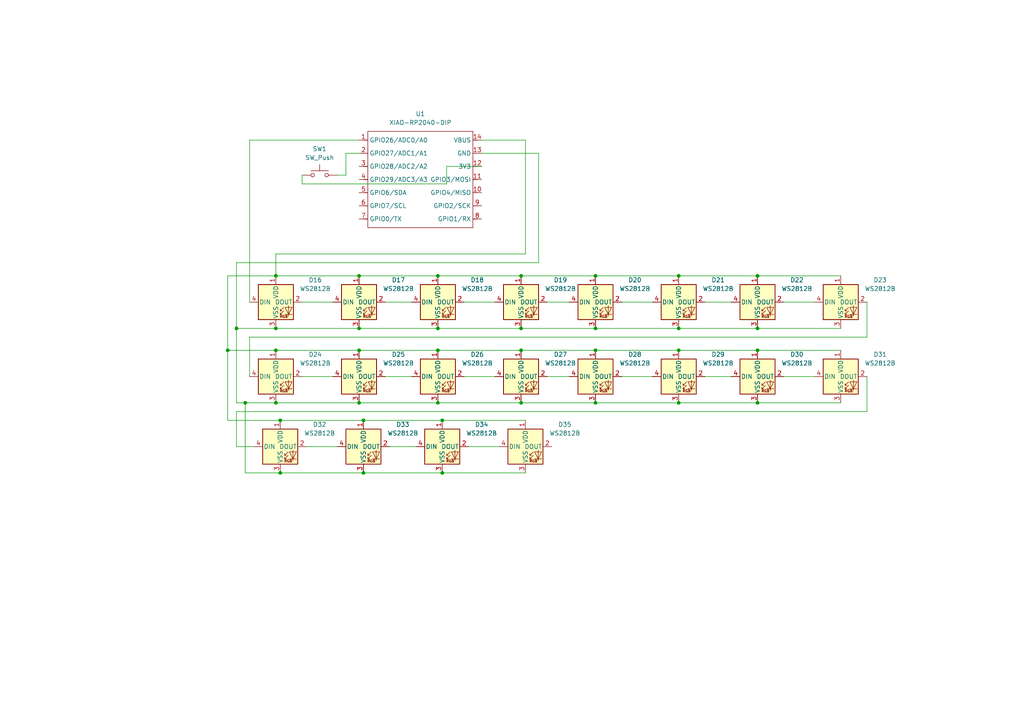
<source format=kicad_sch>
(kicad_sch
	(version 20250114)
	(generator "eeschema")
	(generator_version "9.0")
	(uuid "400d5fed-07e3-437a-82c9-2cb4d29a6616")
	(paper "A4")
	(lib_symbols
		(symbol "LED:WS2812B"
			(pin_names
				(offset 0.254)
			)
			(exclude_from_sim no)
			(in_bom yes)
			(on_board yes)
			(property "Reference" "D"
				(at 5.08 5.715 0)
				(effects
					(font
						(size 1.27 1.27)
					)
					(justify right bottom)
				)
			)
			(property "Value" "WS2812B"
				(at 1.27 -5.715 0)
				(effects
					(font
						(size 1.27 1.27)
					)
					(justify left top)
				)
			)
			(property "Footprint" "LED_SMD:LED_WS2812B_PLCC4_5.0x5.0mm_P3.2mm"
				(at 1.27 -7.62 0)
				(effects
					(font
						(size 1.27 1.27)
					)
					(justify left top)
					(hide yes)
				)
			)
			(property "Datasheet" "https://cdn-shop.adafruit.com/datasheets/WS2812B.pdf"
				(at 2.54 -9.525 0)
				(effects
					(font
						(size 1.27 1.27)
					)
					(justify left top)
					(hide yes)
				)
			)
			(property "Description" "RGB LED with integrated controller"
				(at 0 0 0)
				(effects
					(font
						(size 1.27 1.27)
					)
					(hide yes)
				)
			)
			(property "ki_keywords" "RGB LED NeoPixel addressable"
				(at 0 0 0)
				(effects
					(font
						(size 1.27 1.27)
					)
					(hide yes)
				)
			)
			(property "ki_fp_filters" "LED*WS2812*PLCC*5.0x5.0mm*P3.2mm*"
				(at 0 0 0)
				(effects
					(font
						(size 1.27 1.27)
					)
					(hide yes)
				)
			)
			(symbol "WS2812B_0_0"
				(text "RGB"
					(at 2.286 -4.191 0)
					(effects
						(font
							(size 0.762 0.762)
						)
					)
				)
			)
			(symbol "WS2812B_0_1"
				(polyline
					(pts
						(xy 1.27 -2.54) (xy 1.778 -2.54)
					)
					(stroke
						(width 0)
						(type default)
					)
					(fill
						(type none)
					)
				)
				(polyline
					(pts
						(xy 1.27 -3.556) (xy 1.778 -3.556)
					)
					(stroke
						(width 0)
						(type default)
					)
					(fill
						(type none)
					)
				)
				(polyline
					(pts
						(xy 2.286 -1.524) (xy 1.27 -2.54) (xy 1.27 -2.032)
					)
					(stroke
						(width 0)
						(type default)
					)
					(fill
						(type none)
					)
				)
				(polyline
					(pts
						(xy 2.286 -2.54) (xy 1.27 -3.556) (xy 1.27 -3.048)
					)
					(stroke
						(width 0)
						(type default)
					)
					(fill
						(type none)
					)
				)
				(polyline
					(pts
						(xy 3.683 -1.016) (xy 3.683 -3.556) (xy 3.683 -4.064)
					)
					(stroke
						(width 0)
						(type default)
					)
					(fill
						(type none)
					)
				)
				(polyline
					(pts
						(xy 4.699 -1.524) (xy 2.667 -1.524) (xy 3.683 -3.556) (xy 4.699 -1.524)
					)
					(stroke
						(width 0)
						(type default)
					)
					(fill
						(type none)
					)
				)
				(polyline
					(pts
						(xy 4.699 -3.556) (xy 2.667 -3.556)
					)
					(stroke
						(width 0)
						(type default)
					)
					(fill
						(type none)
					)
				)
				(rectangle
					(start 5.08 5.08)
					(end -5.08 -5.08)
					(stroke
						(width 0.254)
						(type default)
					)
					(fill
						(type background)
					)
				)
			)
			(symbol "WS2812B_1_1"
				(pin input line
					(at -7.62 0 0)
					(length 2.54)
					(name "DIN"
						(effects
							(font
								(size 1.27 1.27)
							)
						)
					)
					(number "4"
						(effects
							(font
								(size 1.27 1.27)
							)
						)
					)
				)
				(pin power_in line
					(at 0 7.62 270)
					(length 2.54)
					(name "VDD"
						(effects
							(font
								(size 1.27 1.27)
							)
						)
					)
					(number "1"
						(effects
							(font
								(size 1.27 1.27)
							)
						)
					)
				)
				(pin power_in line
					(at 0 -7.62 90)
					(length 2.54)
					(name "VSS"
						(effects
							(font
								(size 1.27 1.27)
							)
						)
					)
					(number "3"
						(effects
							(font
								(size 1.27 1.27)
							)
						)
					)
				)
				(pin output line
					(at 7.62 0 180)
					(length 2.54)
					(name "DOUT"
						(effects
							(font
								(size 1.27 1.27)
							)
						)
					)
					(number "2"
						(effects
							(font
								(size 1.27 1.27)
							)
						)
					)
				)
			)
			(embedded_fonts no)
		)
		(symbol "Seeed_Studio_XIAO_Series:XIAO-RP2040-DIP"
			(exclude_from_sim no)
			(in_bom yes)
			(on_board yes)
			(property "Reference" "U"
				(at 0 0 0)
				(effects
					(font
						(size 1.27 1.27)
					)
				)
			)
			(property "Value" "XIAO-RP2040-DIP"
				(at 5.334 -1.778 0)
				(effects
					(font
						(size 1.27 1.27)
					)
				)
			)
			(property "Footprint" "Module:MOUDLE14P-XIAO-DIP-SMD"
				(at 14.478 -32.258 0)
				(effects
					(font
						(size 1.27 1.27)
					)
					(hide yes)
				)
			)
			(property "Datasheet" ""
				(at 0 0 0)
				(effects
					(font
						(size 1.27 1.27)
					)
					(hide yes)
				)
			)
			(property "Description" ""
				(at 0 0 0)
				(effects
					(font
						(size 1.27 1.27)
					)
					(hide yes)
				)
			)
			(symbol "XIAO-RP2040-DIP_1_0"
				(polyline
					(pts
						(xy -1.27 -2.54) (xy 29.21 -2.54)
					)
					(stroke
						(width 0.1524)
						(type solid)
					)
					(fill
						(type none)
					)
				)
				(polyline
					(pts
						(xy -1.27 -5.08) (xy -2.54 -5.08)
					)
					(stroke
						(width 0.1524)
						(type solid)
					)
					(fill
						(type none)
					)
				)
				(polyline
					(pts
						(xy -1.27 -5.08) (xy -1.27 -2.54)
					)
					(stroke
						(width 0.1524)
						(type solid)
					)
					(fill
						(type none)
					)
				)
				(polyline
					(pts
						(xy -1.27 -8.89) (xy -2.54 -8.89)
					)
					(stroke
						(width 0.1524)
						(type solid)
					)
					(fill
						(type none)
					)
				)
				(polyline
					(pts
						(xy -1.27 -8.89) (xy -1.27 -5.08)
					)
					(stroke
						(width 0.1524)
						(type solid)
					)
					(fill
						(type none)
					)
				)
				(polyline
					(pts
						(xy -1.27 -12.7) (xy -2.54 -12.7)
					)
					(stroke
						(width 0.1524)
						(type solid)
					)
					(fill
						(type none)
					)
				)
				(polyline
					(pts
						(xy -1.27 -12.7) (xy -1.27 -8.89)
					)
					(stroke
						(width 0.1524)
						(type solid)
					)
					(fill
						(type none)
					)
				)
				(polyline
					(pts
						(xy -1.27 -16.51) (xy -2.54 -16.51)
					)
					(stroke
						(width 0.1524)
						(type solid)
					)
					(fill
						(type none)
					)
				)
				(polyline
					(pts
						(xy -1.27 -16.51) (xy -1.27 -12.7)
					)
					(stroke
						(width 0.1524)
						(type solid)
					)
					(fill
						(type none)
					)
				)
				(polyline
					(pts
						(xy -1.27 -20.32) (xy -2.54 -20.32)
					)
					(stroke
						(width 0.1524)
						(type solid)
					)
					(fill
						(type none)
					)
				)
				(polyline
					(pts
						(xy -1.27 -24.13) (xy -2.54 -24.13)
					)
					(stroke
						(width 0.1524)
						(type solid)
					)
					(fill
						(type none)
					)
				)
				(polyline
					(pts
						(xy -1.27 -27.94) (xy -2.54 -27.94)
					)
					(stroke
						(width 0.1524)
						(type solid)
					)
					(fill
						(type none)
					)
				)
				(polyline
					(pts
						(xy -1.27 -30.48) (xy -1.27 -16.51)
					)
					(stroke
						(width 0.1524)
						(type solid)
					)
					(fill
						(type none)
					)
				)
				(polyline
					(pts
						(xy 29.21 -2.54) (xy 29.21 -5.08)
					)
					(stroke
						(width 0.1524)
						(type solid)
					)
					(fill
						(type none)
					)
				)
				(polyline
					(pts
						(xy 29.21 -5.08) (xy 29.21 -8.89)
					)
					(stroke
						(width 0.1524)
						(type solid)
					)
					(fill
						(type none)
					)
				)
				(polyline
					(pts
						(xy 29.21 -8.89) (xy 29.21 -12.7)
					)
					(stroke
						(width 0.1524)
						(type solid)
					)
					(fill
						(type none)
					)
				)
				(polyline
					(pts
						(xy 29.21 -12.7) (xy 29.21 -30.48)
					)
					(stroke
						(width 0.1524)
						(type solid)
					)
					(fill
						(type none)
					)
				)
				(polyline
					(pts
						(xy 29.21 -30.48) (xy -1.27 -30.48)
					)
					(stroke
						(width 0.1524)
						(type solid)
					)
					(fill
						(type none)
					)
				)
				(polyline
					(pts
						(xy 30.48 -5.08) (xy 29.21 -5.08)
					)
					(stroke
						(width 0.1524)
						(type solid)
					)
					(fill
						(type none)
					)
				)
				(polyline
					(pts
						(xy 30.48 -8.89) (xy 29.21 -8.89)
					)
					(stroke
						(width 0.1524)
						(type solid)
					)
					(fill
						(type none)
					)
				)
				(polyline
					(pts
						(xy 30.48 -12.7) (xy 29.21 -12.7)
					)
					(stroke
						(width 0.1524)
						(type solid)
					)
					(fill
						(type none)
					)
				)
				(polyline
					(pts
						(xy 30.48 -16.51) (xy 29.21 -16.51)
					)
					(stroke
						(width 0.1524)
						(type solid)
					)
					(fill
						(type none)
					)
				)
				(polyline
					(pts
						(xy 30.48 -20.32) (xy 29.21 -20.32)
					)
					(stroke
						(width 0.1524)
						(type solid)
					)
					(fill
						(type none)
					)
				)
				(polyline
					(pts
						(xy 30.48 -24.13) (xy 29.21 -24.13)
					)
					(stroke
						(width 0.1524)
						(type solid)
					)
					(fill
						(type none)
					)
				)
				(polyline
					(pts
						(xy 30.48 -27.94) (xy 29.21 -27.94)
					)
					(stroke
						(width 0.1524)
						(type solid)
					)
					(fill
						(type none)
					)
				)
				(pin passive line
					(at -3.81 -5.08 0)
					(length 2.54)
					(name "GPIO26/ADC0/A0"
						(effects
							(font
								(size 1.27 1.27)
							)
						)
					)
					(number "1"
						(effects
							(font
								(size 1.27 1.27)
							)
						)
					)
				)
				(pin passive line
					(at -3.81 -8.89 0)
					(length 2.54)
					(name "GPIO27/ADC1/A1"
						(effects
							(font
								(size 1.27 1.27)
							)
						)
					)
					(number "2"
						(effects
							(font
								(size 1.27 1.27)
							)
						)
					)
				)
				(pin passive line
					(at -3.81 -12.7 0)
					(length 2.54)
					(name "GPIO28/ADC2/A2"
						(effects
							(font
								(size 1.27 1.27)
							)
						)
					)
					(number "3"
						(effects
							(font
								(size 1.27 1.27)
							)
						)
					)
				)
				(pin passive line
					(at -3.81 -16.51 0)
					(length 2.54)
					(name "GPIO29/ADC3/A3"
						(effects
							(font
								(size 1.27 1.27)
							)
						)
					)
					(number "4"
						(effects
							(font
								(size 1.27 1.27)
							)
						)
					)
				)
				(pin passive line
					(at -3.81 -20.32 0)
					(length 2.54)
					(name "GPIO6/SDA"
						(effects
							(font
								(size 1.27 1.27)
							)
						)
					)
					(number "5"
						(effects
							(font
								(size 1.27 1.27)
							)
						)
					)
				)
				(pin passive line
					(at -3.81 -24.13 0)
					(length 2.54)
					(name "GPIO7/SCL"
						(effects
							(font
								(size 1.27 1.27)
							)
						)
					)
					(number "6"
						(effects
							(font
								(size 1.27 1.27)
							)
						)
					)
				)
				(pin passive line
					(at -3.81 -27.94 0)
					(length 2.54)
					(name "GPIO0/TX"
						(effects
							(font
								(size 1.27 1.27)
							)
						)
					)
					(number "7"
						(effects
							(font
								(size 1.27 1.27)
							)
						)
					)
				)
				(pin passive line
					(at 31.75 -5.08 180)
					(length 2.54)
					(name "VBUS"
						(effects
							(font
								(size 1.27 1.27)
							)
						)
					)
					(number "14"
						(effects
							(font
								(size 1.27 1.27)
							)
						)
					)
				)
				(pin passive line
					(at 31.75 -8.89 180)
					(length 2.54)
					(name "GND"
						(effects
							(font
								(size 1.27 1.27)
							)
						)
					)
					(number "13"
						(effects
							(font
								(size 1.27 1.27)
							)
						)
					)
				)
				(pin passive line
					(at 31.75 -12.7 180)
					(length 2.54)
					(name "3V3"
						(effects
							(font
								(size 1.27 1.27)
							)
						)
					)
					(number "12"
						(effects
							(font
								(size 1.27 1.27)
							)
						)
					)
				)
				(pin passive line
					(at 31.75 -16.51 180)
					(length 2.54)
					(name "GPIO3/MOSI"
						(effects
							(font
								(size 1.27 1.27)
							)
						)
					)
					(number "11"
						(effects
							(font
								(size 1.27 1.27)
							)
						)
					)
				)
				(pin passive line
					(at 31.75 -20.32 180)
					(length 2.54)
					(name "GPIO4/MISO"
						(effects
							(font
								(size 1.27 1.27)
							)
						)
					)
					(number "10"
						(effects
							(font
								(size 1.27 1.27)
							)
						)
					)
				)
				(pin passive line
					(at 31.75 -24.13 180)
					(length 2.54)
					(name "GPIO2/SCK"
						(effects
							(font
								(size 1.27 1.27)
							)
						)
					)
					(number "9"
						(effects
							(font
								(size 1.27 1.27)
							)
						)
					)
				)
				(pin passive line
					(at 31.75 -27.94 180)
					(length 2.54)
					(name "GPIO1/RX"
						(effects
							(font
								(size 1.27 1.27)
							)
						)
					)
					(number "8"
						(effects
							(font
								(size 1.27 1.27)
							)
						)
					)
				)
			)
			(embedded_fonts no)
		)
		(symbol "Switch:SW_Push"
			(pin_numbers
				(hide yes)
			)
			(pin_names
				(offset 1.016)
				(hide yes)
			)
			(exclude_from_sim no)
			(in_bom yes)
			(on_board yes)
			(property "Reference" "SW"
				(at 1.27 2.54 0)
				(effects
					(font
						(size 1.27 1.27)
					)
					(justify left)
				)
			)
			(property "Value" "SW_Push"
				(at 0 -1.524 0)
				(effects
					(font
						(size 1.27 1.27)
					)
				)
			)
			(property "Footprint" ""
				(at 0 5.08 0)
				(effects
					(font
						(size 1.27 1.27)
					)
					(hide yes)
				)
			)
			(property "Datasheet" "~"
				(at 0 5.08 0)
				(effects
					(font
						(size 1.27 1.27)
					)
					(hide yes)
				)
			)
			(property "Description" "Push button switch, generic, two pins"
				(at 0 0 0)
				(effects
					(font
						(size 1.27 1.27)
					)
					(hide yes)
				)
			)
			(property "ki_keywords" "switch normally-open pushbutton push-button"
				(at 0 0 0)
				(effects
					(font
						(size 1.27 1.27)
					)
					(hide yes)
				)
			)
			(symbol "SW_Push_0_1"
				(circle
					(center -2.032 0)
					(radius 0.508)
					(stroke
						(width 0)
						(type default)
					)
					(fill
						(type none)
					)
				)
				(polyline
					(pts
						(xy 0 1.27) (xy 0 3.048)
					)
					(stroke
						(width 0)
						(type default)
					)
					(fill
						(type none)
					)
				)
				(circle
					(center 2.032 0)
					(radius 0.508)
					(stroke
						(width 0)
						(type default)
					)
					(fill
						(type none)
					)
				)
				(polyline
					(pts
						(xy 2.54 1.27) (xy -2.54 1.27)
					)
					(stroke
						(width 0)
						(type default)
					)
					(fill
						(type none)
					)
				)
				(pin passive line
					(at -5.08 0 0)
					(length 2.54)
					(name "1"
						(effects
							(font
								(size 1.27 1.27)
							)
						)
					)
					(number "1"
						(effects
							(font
								(size 1.27 1.27)
							)
						)
					)
				)
				(pin passive line
					(at 5.08 0 180)
					(length 2.54)
					(name "2"
						(effects
							(font
								(size 1.27 1.27)
							)
						)
					)
					(number "2"
						(effects
							(font
								(size 1.27 1.27)
							)
						)
					)
				)
			)
			(embedded_fonts no)
		)
	)
	(junction
		(at 151.13 116.84)
		(diameter 0)
		(color 0 0 0 0)
		(uuid "006fb195-d0d2-4c85-b780-54260b2b2f79")
	)
	(junction
		(at 127 101.6)
		(diameter 0)
		(color 0 0 0 0)
		(uuid "1fbf2e22-e065-4901-9216-2958dbb07cf8")
	)
	(junction
		(at 219.71 101.6)
		(diameter 0)
		(color 0 0 0 0)
		(uuid "245931dc-701a-4d9b-92ec-cd62a5c6b5ef")
	)
	(junction
		(at 151.13 80.01)
		(diameter 0)
		(color 0 0 0 0)
		(uuid "32294c57-863b-4cae-8eed-9817c5d938f6")
	)
	(junction
		(at 127 95.25)
		(diameter 0)
		(color 0 0 0 0)
		(uuid "3fbc7e0d-083e-40fe-ad4d-88ffdced56e7")
	)
	(junction
		(at 196.85 116.84)
		(diameter 0)
		(color 0 0 0 0)
		(uuid "4435db4f-5a1a-489a-8040-e001126e5a40")
	)
	(junction
		(at 172.72 80.01)
		(diameter 0)
		(color 0 0 0 0)
		(uuid "465c7c5c-1635-40d9-a000-ebe971da39f6")
	)
	(junction
		(at 68.58 95.25)
		(diameter 0)
		(color 0 0 0 0)
		(uuid "46daac94-2def-44c3-b4d1-18737766e34f")
	)
	(junction
		(at 128.27 121.92)
		(diameter 0)
		(color 0 0 0 0)
		(uuid "53dda4bd-6a73-49ef-927a-f589420cea74")
	)
	(junction
		(at 127 116.84)
		(diameter 0)
		(color 0 0 0 0)
		(uuid "55c089c6-c35c-4da9-ab7b-569731508d4a")
	)
	(junction
		(at 81.28 121.92)
		(diameter 0)
		(color 0 0 0 0)
		(uuid "5fde7a9b-7b5c-4b04-9602-b9564a9b4c16")
	)
	(junction
		(at 196.85 95.25)
		(diameter 0)
		(color 0 0 0 0)
		(uuid "6457859f-44c5-4886-8551-3a2c3f6c722e")
	)
	(junction
		(at 80.01 95.25)
		(diameter 0)
		(color 0 0 0 0)
		(uuid "6b66936d-10b3-4ec3-bdc1-aa0a4f964e9b")
	)
	(junction
		(at 80.01 101.6)
		(diameter 0)
		(color 0 0 0 0)
		(uuid "6c5e5c3e-40f5-4c51-a10d-e3a27ada3f78")
	)
	(junction
		(at 196.85 101.6)
		(diameter 0)
		(color 0 0 0 0)
		(uuid "787de869-1bf6-420f-8f4f-190774024922")
	)
	(junction
		(at 151.13 95.25)
		(diameter 0)
		(color 0 0 0 0)
		(uuid "7c398c74-7e09-4118-ad94-42911a86e2f4")
	)
	(junction
		(at 172.72 95.25)
		(diameter 0)
		(color 0 0 0 0)
		(uuid "8b15f292-0c42-4166-b81a-7e4c5e795ad3")
	)
	(junction
		(at 151.13 101.6)
		(diameter 0)
		(color 0 0 0 0)
		(uuid "8f1aa700-a429-4bdc-b35e-1b485bc5920d")
	)
	(junction
		(at 127 80.01)
		(diameter 0)
		(color 0 0 0 0)
		(uuid "93879e77-40b8-45c8-9216-903c1eb53ee2")
	)
	(junction
		(at 104.14 101.6)
		(diameter 0)
		(color 0 0 0 0)
		(uuid "95121e39-0404-402f-8227-ccf590f6e5a1")
	)
	(junction
		(at 172.72 116.84)
		(diameter 0)
		(color 0 0 0 0)
		(uuid "9ebe9618-8a25-4b1b-8ded-683db849d87e")
	)
	(junction
		(at 81.28 137.16)
		(diameter 0)
		(color 0 0 0 0)
		(uuid "a7805065-e9b2-4836-a365-9154300b8efe")
	)
	(junction
		(at 219.71 95.25)
		(diameter 0)
		(color 0 0 0 0)
		(uuid "a9e75c0b-c890-4995-b1b5-61409028f0e8")
	)
	(junction
		(at 105.41 121.92)
		(diameter 0)
		(color 0 0 0 0)
		(uuid "ae726b25-0fad-4e74-b8bc-cb4c8a370351")
	)
	(junction
		(at 172.72 101.6)
		(diameter 0)
		(color 0 0 0 0)
		(uuid "b65fdc60-6234-4c37-be03-146eec5d1050")
	)
	(junction
		(at 105.41 137.16)
		(diameter 0)
		(color 0 0 0 0)
		(uuid "bb2ebb97-78dd-45b6-b2d4-16f6148a4a3b")
	)
	(junction
		(at 219.71 116.84)
		(diameter 0)
		(color 0 0 0 0)
		(uuid "bbd00688-3f3d-4844-9002-ea522752a557")
	)
	(junction
		(at 71.12 116.84)
		(diameter 0)
		(color 0 0 0 0)
		(uuid "c8a6d5b0-0f9d-44f0-b568-b68d6d53393d")
	)
	(junction
		(at 128.27 137.16)
		(diameter 0)
		(color 0 0 0 0)
		(uuid "cebbcfde-2c79-4bce-85cb-09edad9f1736")
	)
	(junction
		(at 104.14 95.25)
		(diameter 0)
		(color 0 0 0 0)
		(uuid "d0016981-8d30-433a-9ce1-004a30b6db4f")
	)
	(junction
		(at 80.01 80.01)
		(diameter 0)
		(color 0 0 0 0)
		(uuid "d01f4bb3-7d42-4221-8a6b-3ead76159ab5")
	)
	(junction
		(at 104.14 80.01)
		(diameter 0)
		(color 0 0 0 0)
		(uuid "e1214dcd-4c0f-4753-a37b-55ac78b8673a")
	)
	(junction
		(at 80.01 116.84)
		(diameter 0)
		(color 0 0 0 0)
		(uuid "e6d5aaf9-8dd7-4f72-a01b-cbf8cf3ec835")
	)
	(junction
		(at 219.71 80.01)
		(diameter 0)
		(color 0 0 0 0)
		(uuid "e9fa462f-0893-4fc1-a605-b1161cb19ad4")
	)
	(junction
		(at 66.04 101.6)
		(diameter 0)
		(color 0 0 0 0)
		(uuid "f2da78a9-bfc7-4eac-b49a-8e30a02536a6")
	)
	(junction
		(at 196.85 80.01)
		(diameter 0)
		(color 0 0 0 0)
		(uuid "fe380f0a-b1f3-44fb-b220-545db326a037")
	)
	(junction
		(at 104.14 116.84)
		(diameter 0)
		(color 0 0 0 0)
		(uuid "ffbe5fab-f853-45a8-a1f7-2376aeab409e")
	)
	(wire
		(pts
			(xy 219.71 80.01) (xy 243.84 80.01)
		)
		(stroke
			(width 0)
			(type default)
		)
		(uuid "03c9c71b-2e10-46be-b3ba-69e782341b25")
	)
	(wire
		(pts
			(xy 104.14 80.01) (xy 127 80.01)
		)
		(stroke
			(width 0)
			(type default)
		)
		(uuid "053fcedf-8d90-42c1-bb0e-f026515339e7")
	)
	(wire
		(pts
			(xy 134.62 109.22) (xy 143.51 109.22)
		)
		(stroke
			(width 0)
			(type default)
		)
		(uuid "06aa7b3b-a868-4720-a9fb-7864c93b773d")
	)
	(wire
		(pts
			(xy 113.03 129.54) (xy 120.65 129.54)
		)
		(stroke
			(width 0)
			(type default)
		)
		(uuid "06b4c3a5-9afb-450b-9b89-0be0cd8e78ca")
	)
	(wire
		(pts
			(xy 104.14 95.25) (xy 127 95.25)
		)
		(stroke
			(width 0)
			(type default)
		)
		(uuid "0b82f237-1647-4c66-acbf-d7a8aaa764ea")
	)
	(wire
		(pts
			(xy 135.89 129.54) (xy 144.78 129.54)
		)
		(stroke
			(width 0)
			(type default)
		)
		(uuid "14722903-71f2-4358-bbce-2859f2b73914")
	)
	(wire
		(pts
			(xy 81.28 137.16) (xy 105.41 137.16)
		)
		(stroke
			(width 0)
			(type default)
		)
		(uuid "149f57bd-9fb0-4ee9-9539-079d3fbf9685")
	)
	(wire
		(pts
			(xy 172.72 101.6) (xy 196.85 101.6)
		)
		(stroke
			(width 0)
			(type default)
		)
		(uuid "188d3030-f88f-4f1e-8df4-dcc57b8e80cd")
	)
	(wire
		(pts
			(xy 152.4 73.66) (xy 80.01 73.66)
		)
		(stroke
			(width 0)
			(type default)
		)
		(uuid "19326255-c0ea-4ece-91c4-26be55631f4f")
	)
	(wire
		(pts
			(xy 172.72 95.25) (xy 196.85 95.25)
		)
		(stroke
			(width 0)
			(type default)
		)
		(uuid "1d3c6e35-ba72-4af8-8be7-ae734712197e")
	)
	(wire
		(pts
			(xy 128.27 121.92) (xy 152.4 121.92)
		)
		(stroke
			(width 0)
			(type default)
		)
		(uuid "1ef634d0-fc62-4832-b90a-555e37bbeb04")
	)
	(wire
		(pts
			(xy 251.46 97.79) (xy 72.39 97.79)
		)
		(stroke
			(width 0)
			(type default)
		)
		(uuid "217ecbf0-28c9-478c-ac30-c548f4c512cf")
	)
	(wire
		(pts
			(xy 127 116.84) (xy 151.13 116.84)
		)
		(stroke
			(width 0)
			(type default)
		)
		(uuid "231ef675-c477-419a-ac9a-57a99ceaacde")
	)
	(wire
		(pts
			(xy 204.47 87.63) (xy 212.09 87.63)
		)
		(stroke
			(width 0)
			(type default)
		)
		(uuid "258b016d-545b-476a-89df-f234311a3891")
	)
	(wire
		(pts
			(xy 71.12 116.84) (xy 80.01 116.84)
		)
		(stroke
			(width 0)
			(type default)
		)
		(uuid "292f867f-b24a-4a8b-bee4-d17e35899503")
	)
	(wire
		(pts
			(xy 128.27 137.16) (xy 152.4 137.16)
		)
		(stroke
			(width 0)
			(type default)
		)
		(uuid "2ca35ef0-afcb-4e29-8785-4553763710c4")
	)
	(wire
		(pts
			(xy 68.58 116.84) (xy 71.12 116.84)
		)
		(stroke
			(width 0)
			(type default)
		)
		(uuid "32618e66-57f2-4374-914e-62c06f7622ab")
	)
	(wire
		(pts
			(xy 196.85 101.6) (xy 219.71 101.6)
		)
		(stroke
			(width 0)
			(type default)
		)
		(uuid "33c7e2cd-d6d2-428e-a8a5-7e83cbf7a938")
	)
	(wire
		(pts
			(xy 151.13 80.01) (xy 172.72 80.01)
		)
		(stroke
			(width 0)
			(type default)
		)
		(uuid "35571284-c4c5-4115-8523-3fc515819343")
	)
	(wire
		(pts
			(xy 71.12 137.16) (xy 81.28 137.16)
		)
		(stroke
			(width 0)
			(type default)
		)
		(uuid "39df5da0-3dc4-4f9b-b529-29e94e047679")
	)
	(wire
		(pts
			(xy 151.13 95.25) (xy 172.72 95.25)
		)
		(stroke
			(width 0)
			(type default)
		)
		(uuid "3de961f2-5fea-460d-8e89-4a6eb5d18391")
	)
	(wire
		(pts
			(xy 251.46 87.63) (xy 251.46 97.79)
		)
		(stroke
			(width 0)
			(type default)
		)
		(uuid "43297036-190e-4ad0-acc0-0b81b4fc2744")
	)
	(wire
		(pts
			(xy 180.34 109.22) (xy 189.23 109.22)
		)
		(stroke
			(width 0)
			(type default)
		)
		(uuid "47ab6e6a-08ce-47a1-a691-49bf49a99232")
	)
	(wire
		(pts
			(xy 172.72 80.01) (xy 196.85 80.01)
		)
		(stroke
			(width 0)
			(type default)
		)
		(uuid "4b84bf0a-8d3a-47ba-8d58-75266343b281")
	)
	(wire
		(pts
			(xy 172.72 116.84) (xy 196.85 116.84)
		)
		(stroke
			(width 0)
			(type default)
		)
		(uuid "4e8d1ff6-e704-4afd-ba85-dd599ae54681")
	)
	(wire
		(pts
			(xy 251.46 109.22) (xy 251.46 119.38)
		)
		(stroke
			(width 0)
			(type default)
		)
		(uuid "514ee218-e56b-4194-8a0a-db59f2244c56")
	)
	(wire
		(pts
			(xy 111.76 109.22) (xy 119.38 109.22)
		)
		(stroke
			(width 0)
			(type default)
		)
		(uuid "518f823b-f75e-4de3-98c3-34eab5b6461c")
	)
	(wire
		(pts
			(xy 87.63 87.63) (xy 96.52 87.63)
		)
		(stroke
			(width 0)
			(type default)
		)
		(uuid "54a4963c-6c87-4d31-9e33-255515095f8d")
	)
	(wire
		(pts
			(xy 139.7 40.64) (xy 152.4 40.64)
		)
		(stroke
			(width 0)
			(type default)
		)
		(uuid "5648fc47-a995-465a-a4b2-a7b4ce9d920a")
	)
	(wire
		(pts
			(xy 68.58 76.2) (xy 68.58 95.25)
		)
		(stroke
			(width 0)
			(type default)
		)
		(uuid "56ceb137-5faa-4921-bef2-8d2d2ab7a3c5")
	)
	(wire
		(pts
			(xy 219.71 95.25) (xy 243.84 95.25)
		)
		(stroke
			(width 0)
			(type default)
		)
		(uuid "57b2d65a-2c49-4ccf-824f-53e4cadbf794")
	)
	(wire
		(pts
			(xy 111.76 87.63) (xy 119.38 87.63)
		)
		(stroke
			(width 0)
			(type default)
		)
		(uuid "59765d8d-7b77-4d5d-b8a1-6b4237553f7f")
	)
	(wire
		(pts
			(xy 251.46 119.38) (xy 68.58 119.38)
		)
		(stroke
			(width 0)
			(type default)
		)
		(uuid "59f17dd8-1fd4-4557-a69b-0b17efe4f797")
	)
	(wire
		(pts
			(xy 72.39 87.63) (xy 72.39 40.64)
		)
		(stroke
			(width 0)
			(type default)
		)
		(uuid "5ac887c4-ab7b-4ff8-8819-4532d26a81c3")
	)
	(wire
		(pts
			(xy 219.71 116.84) (xy 243.84 116.84)
		)
		(stroke
			(width 0)
			(type default)
		)
		(uuid "5cae52b1-e44e-4d54-b94a-761ac74caf67")
	)
	(wire
		(pts
			(xy 227.33 109.22) (xy 236.22 109.22)
		)
		(stroke
			(width 0)
			(type default)
		)
		(uuid "6024ab81-d4dd-410d-8922-fb49930798de")
	)
	(wire
		(pts
			(xy 104.14 101.6) (xy 127 101.6)
		)
		(stroke
			(width 0)
			(type default)
		)
		(uuid "615a9332-133d-4722-9ac9-5dbaa2cfe367")
	)
	(wire
		(pts
			(xy 66.04 101.6) (xy 66.04 121.92)
		)
		(stroke
			(width 0)
			(type default)
		)
		(uuid "637d7fec-6dd1-40d8-84c8-0e1f4c904e34")
	)
	(wire
		(pts
			(xy 156.21 44.45) (xy 156.21 76.2)
		)
		(stroke
			(width 0)
			(type default)
		)
		(uuid "63de1b95-f512-4ecf-9f18-c9667b6fee96")
	)
	(wire
		(pts
			(xy 68.58 129.54) (xy 73.66 129.54)
		)
		(stroke
			(width 0)
			(type default)
		)
		(uuid "66c718c9-437e-4d6b-a3a3-770c38fdc12c")
	)
	(wire
		(pts
			(xy 158.75 109.22) (xy 165.1 109.22)
		)
		(stroke
			(width 0)
			(type default)
		)
		(uuid "686a1553-87c4-49de-90c2-6057d2bd1e26")
	)
	(wire
		(pts
			(xy 151.13 116.84) (xy 172.72 116.84)
		)
		(stroke
			(width 0)
			(type default)
		)
		(uuid "68ec1896-d116-48da-b417-0a1e5b9a2bb9")
	)
	(wire
		(pts
			(xy 80.01 73.66) (xy 80.01 80.01)
		)
		(stroke
			(width 0)
			(type default)
		)
		(uuid "6da30371-44ec-48a1-939d-6b9dd2514247")
	)
	(wire
		(pts
			(xy 97.79 50.8) (xy 100.33 50.8)
		)
		(stroke
			(width 0)
			(type default)
		)
		(uuid "70c8db31-dfc0-4483-9f43-25d8913a5f5e")
	)
	(wire
		(pts
			(xy 100.33 44.45) (xy 104.14 44.45)
		)
		(stroke
			(width 0)
			(type default)
		)
		(uuid "77b4a576-d68d-4d7f-908c-6d2abebd9f9d")
	)
	(wire
		(pts
			(xy 72.39 97.79) (xy 72.39 109.22)
		)
		(stroke
			(width 0)
			(type default)
		)
		(uuid "7f8ff8f1-8f09-466d-b019-4c8d4cdb2ae1")
	)
	(wire
		(pts
			(xy 151.13 101.6) (xy 172.72 101.6)
		)
		(stroke
			(width 0)
			(type default)
		)
		(uuid "8187fbf1-d256-4063-a199-7b698f1dbd56")
	)
	(wire
		(pts
			(xy 80.01 101.6) (xy 104.14 101.6)
		)
		(stroke
			(width 0)
			(type default)
		)
		(uuid "895796d2-964c-4e4d-898d-f35247770fd2")
	)
	(wire
		(pts
			(xy 68.58 95.25) (xy 68.58 116.84)
		)
		(stroke
			(width 0)
			(type default)
		)
		(uuid "8aa5f0b5-2afa-486a-a39f-84b730c55327")
	)
	(wire
		(pts
			(xy 80.01 80.01) (xy 104.14 80.01)
		)
		(stroke
			(width 0)
			(type default)
		)
		(uuid "8e30c283-9e05-4401-9c1c-e3a3bb665d3d")
	)
	(wire
		(pts
			(xy 196.85 80.01) (xy 219.71 80.01)
		)
		(stroke
			(width 0)
			(type default)
		)
		(uuid "8f7cbb5d-9a53-4eaa-8ece-c42def99cb8c")
	)
	(wire
		(pts
			(xy 196.85 95.25) (xy 219.71 95.25)
		)
		(stroke
			(width 0)
			(type default)
		)
		(uuid "929d0e60-82d4-491c-b80f-e4cc6d16fd72")
	)
	(wire
		(pts
			(xy 127 95.25) (xy 151.13 95.25)
		)
		(stroke
			(width 0)
			(type default)
		)
		(uuid "948cae3f-033d-43e1-9492-5a0443c8b1db")
	)
	(wire
		(pts
			(xy 80.01 95.25) (xy 104.14 95.25)
		)
		(stroke
			(width 0)
			(type default)
		)
		(uuid "980d5885-75d2-4664-bc35-de283f80d6fc")
	)
	(wire
		(pts
			(xy 156.21 76.2) (xy 68.58 76.2)
		)
		(stroke
			(width 0)
			(type default)
		)
		(uuid "a7161d9c-d905-46ed-ba7e-4ba31d642bdd")
	)
	(wire
		(pts
			(xy 219.71 101.6) (xy 243.84 101.6)
		)
		(stroke
			(width 0)
			(type default)
		)
		(uuid "ab7f23d0-5eec-4e31-9c2c-88c1ddc1f89d")
	)
	(wire
		(pts
			(xy 71.12 116.84) (xy 71.12 137.16)
		)
		(stroke
			(width 0)
			(type default)
		)
		(uuid "adc176b3-7a95-4daf-b3f2-9625a06d3440")
	)
	(wire
		(pts
			(xy 129.54 48.26) (xy 139.7 48.26)
		)
		(stroke
			(width 0)
			(type default)
		)
		(uuid "ae01488a-2a24-4164-a3a4-80bbf7d0fa47")
	)
	(wire
		(pts
			(xy 134.62 87.63) (xy 143.51 87.63)
		)
		(stroke
			(width 0)
			(type default)
		)
		(uuid "b556fc5b-6931-4b3d-9415-a48989ec97cf")
	)
	(wire
		(pts
			(xy 158.75 87.63) (xy 165.1 87.63)
		)
		(stroke
			(width 0)
			(type default)
		)
		(uuid "b56969ce-8d54-495d-9fd4-ae5e03449751")
	)
	(wire
		(pts
			(xy 204.47 109.22) (xy 212.09 109.22)
		)
		(stroke
			(width 0)
			(type default)
		)
		(uuid "bcf38fc1-cd83-453a-a796-44406a9248ff")
	)
	(wire
		(pts
			(xy 139.7 44.45) (xy 156.21 44.45)
		)
		(stroke
			(width 0)
			(type default)
		)
		(uuid "be23c3b3-01d3-4392-8e9c-71f9512919a2")
	)
	(wire
		(pts
			(xy 152.4 40.64) (xy 152.4 73.66)
		)
		(stroke
			(width 0)
			(type default)
		)
		(uuid "be4d357f-fc9a-47f9-81e9-649535f9559d")
	)
	(wire
		(pts
			(xy 72.39 40.64) (xy 104.14 40.64)
		)
		(stroke
			(width 0)
			(type default)
		)
		(uuid "bfbf6c1e-6757-42b4-a420-4f5fbea52f7b")
	)
	(wire
		(pts
			(xy 105.41 121.92) (xy 128.27 121.92)
		)
		(stroke
			(width 0)
			(type default)
		)
		(uuid "c0742c01-cb6d-493d-98d5-1bb546408cd4")
	)
	(wire
		(pts
			(xy 105.41 137.16) (xy 128.27 137.16)
		)
		(stroke
			(width 0)
			(type default)
		)
		(uuid "c8ef97c1-c059-4dff-b8ff-839577e7c241")
	)
	(wire
		(pts
			(xy 66.04 80.01) (xy 66.04 101.6)
		)
		(stroke
			(width 0)
			(type default)
		)
		(uuid "d1ab76be-cc9a-43cd-af5b-714622562b42")
	)
	(wire
		(pts
			(xy 227.33 87.63) (xy 236.22 87.63)
		)
		(stroke
			(width 0)
			(type default)
		)
		(uuid "d4c783b5-26fc-4919-bf93-01ac7f03bd75")
	)
	(wire
		(pts
			(xy 80.01 116.84) (xy 104.14 116.84)
		)
		(stroke
			(width 0)
			(type default)
		)
		(uuid "d56c00a5-f7a0-4150-b3dd-82c8063ebe0a")
	)
	(wire
		(pts
			(xy 68.58 119.38) (xy 68.58 129.54)
		)
		(stroke
			(width 0)
			(type default)
		)
		(uuid "d67dd22c-da06-4ad0-b6b4-fc0fcf5c7344")
	)
	(wire
		(pts
			(xy 80.01 80.01) (xy 66.04 80.01)
		)
		(stroke
			(width 0)
			(type default)
		)
		(uuid "d8202711-8600-4ba7-965f-b5d4d0886895")
	)
	(wire
		(pts
			(xy 127 80.01) (xy 151.13 80.01)
		)
		(stroke
			(width 0)
			(type default)
		)
		(uuid "d95522d3-4c04-481f-8d3b-e12203741b2a")
	)
	(wire
		(pts
			(xy 196.85 116.84) (xy 219.71 116.84)
		)
		(stroke
			(width 0)
			(type default)
		)
		(uuid "da17108a-0c00-4374-b926-92fca4b84293")
	)
	(wire
		(pts
			(xy 87.63 50.8) (xy 87.63 53.34)
		)
		(stroke
			(width 0)
			(type default)
		)
		(uuid "df028b05-8f64-4bc0-8a0b-892b2cdbda67")
	)
	(wire
		(pts
			(xy 88.9 129.54) (xy 97.79 129.54)
		)
		(stroke
			(width 0)
			(type default)
		)
		(uuid "e13eea02-765e-48c4-ad7c-ec67512fe170")
	)
	(wire
		(pts
			(xy 87.63 53.34) (xy 129.54 53.34)
		)
		(stroke
			(width 0)
			(type default)
		)
		(uuid "e3c64562-5118-4572-b92e-0c2fbe87c6f9")
	)
	(wire
		(pts
			(xy 80.01 101.6) (xy 66.04 101.6)
		)
		(stroke
			(width 0)
			(type default)
		)
		(uuid "e77e4030-2002-41b8-9b22-ed37ab58b83b")
	)
	(wire
		(pts
			(xy 104.14 116.84) (xy 127 116.84)
		)
		(stroke
			(width 0)
			(type default)
		)
		(uuid "e7999541-c3da-407f-83df-578d6d460423")
	)
	(wire
		(pts
			(xy 87.63 109.22) (xy 96.52 109.22)
		)
		(stroke
			(width 0)
			(type default)
		)
		(uuid "e899d865-12c5-4a5a-baa2-ccacc040bd50")
	)
	(wire
		(pts
			(xy 129.54 53.34) (xy 129.54 48.26)
		)
		(stroke
			(width 0)
			(type default)
		)
		(uuid "e9a5bc36-553a-417e-8b25-b23923ff9fd2")
	)
	(wire
		(pts
			(xy 180.34 87.63) (xy 189.23 87.63)
		)
		(stroke
			(width 0)
			(type default)
		)
		(uuid "ee5d4254-d54c-4bf0-a999-5ff4a375ffe4")
	)
	(wire
		(pts
			(xy 81.28 121.92) (xy 105.41 121.92)
		)
		(stroke
			(width 0)
			(type default)
		)
		(uuid "ee69fd2a-5346-4b77-9a1a-09b902806fd8")
	)
	(wire
		(pts
			(xy 127 101.6) (xy 151.13 101.6)
		)
		(stroke
			(width 0)
			(type default)
		)
		(uuid "f33da79f-c2b2-4ff6-a692-9cc6d2bb0ec6")
	)
	(wire
		(pts
			(xy 66.04 121.92) (xy 81.28 121.92)
		)
		(stroke
			(width 0)
			(type default)
		)
		(uuid "f8f8a3c8-d3b4-45a6-8810-91f0402e6f9c")
	)
	(wire
		(pts
			(xy 80.01 95.25) (xy 68.58 95.25)
		)
		(stroke
			(width 0)
			(type default)
		)
		(uuid "fbe3dc25-0223-4b91-9006-f5ca865e1f66")
	)
	(wire
		(pts
			(xy 100.33 50.8) (xy 100.33 44.45)
		)
		(stroke
			(width 0)
			(type default)
		)
		(uuid "fc6fa893-333a-49dd-a521-f32bf7fc1675")
	)
	(symbol
		(lib_id "LED:WS2812B")
		(at 172.72 87.63 0)
		(unit 1)
		(exclude_from_sim no)
		(in_bom yes)
		(on_board yes)
		(dnp no)
		(fields_autoplaced yes)
		(uuid "098d41bf-c8cd-418e-9e43-d11449ef85ad")
		(property "Reference" "D20"
			(at 184.15 81.2098 0)
			(effects
				(font
					(size 1.27 1.27)
				)
			)
		)
		(property "Value" "WS2812B"
			(at 184.15 83.7498 0)
			(effects
				(font
					(size 1.27 1.27)
				)
			)
		)
		(property "Footprint" "LED_SMD:LED_WS2812B_PLCC4_5.0x5.0mm_P3.2mm"
			(at 173.99 95.25 0)
			(effects
				(font
					(size 1.27 1.27)
				)
				(justify left top)
				(hide yes)
			)
		)
		(property "Datasheet" "https://cdn-shop.adafruit.com/datasheets/WS2812B.pdf"
			(at 175.26 97.155 0)
			(effects
				(font
					(size 1.27 1.27)
				)
				(justify left top)
				(hide yes)
			)
		)
		(property "Description" "RGB LED with integrated controller"
			(at 172.72 87.63 0)
			(effects
				(font
					(size 1.27 1.27)
				)
				(hide yes)
			)
		)
		(pin "3"
			(uuid "50b0fe47-6e48-4d73-8330-8e90285b2347")
		)
		(pin "4"
			(uuid "287bd028-209c-4999-b7eb-3fbb40246b71")
		)
		(pin "1"
			(uuid "68ebd8a2-1826-4fec-af42-94d0adbd5093")
		)
		(pin "2"
			(uuid "8957af46-4405-45f1-96fe-fa2f35d4eb18")
		)
		(instances
			(project "canis_pixeldust"
				(path "/400d5fed-07e3-437a-82c9-2cb4d29a6616"
					(reference "D20")
					(unit 1)
				)
			)
		)
	)
	(symbol
		(lib_id "LED:WS2812B")
		(at 104.14 109.22 0)
		(unit 1)
		(exclude_from_sim no)
		(in_bom yes)
		(on_board yes)
		(dnp no)
		(fields_autoplaced yes)
		(uuid "0affb830-5cc2-4338-b42e-8fe83fecd8d0")
		(property "Reference" "D25"
			(at 115.57 102.7998 0)
			(effects
				(font
					(size 1.27 1.27)
				)
			)
		)
		(property "Value" "WS2812B"
			(at 115.57 105.3398 0)
			(effects
				(font
					(size 1.27 1.27)
				)
			)
		)
		(property "Footprint" "LED_SMD:LED_WS2812B_PLCC4_5.0x5.0mm_P3.2mm"
			(at 105.41 116.84 0)
			(effects
				(font
					(size 1.27 1.27)
				)
				(justify left top)
				(hide yes)
			)
		)
		(property "Datasheet" "https://cdn-shop.adafruit.com/datasheets/WS2812B.pdf"
			(at 106.68 118.745 0)
			(effects
				(font
					(size 1.27 1.27)
				)
				(justify left top)
				(hide yes)
			)
		)
		(property "Description" "RGB LED with integrated controller"
			(at 104.14 109.22 0)
			(effects
				(font
					(size 1.27 1.27)
				)
				(hide yes)
			)
		)
		(pin "3"
			(uuid "bae11fea-8da5-4a38-9945-dc256d96bf4d")
		)
		(pin "4"
			(uuid "cade5b30-2a34-421c-ac9f-1431d91943a6")
		)
		(pin "1"
			(uuid "0589b852-41a4-4697-8c94-236c79b1e2cf")
		)
		(pin "2"
			(uuid "9de9a950-dd4b-44b1-96c1-b39a6dd4f438")
		)
		(instances
			(project "canis_pixeldust"
				(path "/400d5fed-07e3-437a-82c9-2cb4d29a6616"
					(reference "D25")
					(unit 1)
				)
			)
		)
	)
	(symbol
		(lib_id "LED:WS2812B")
		(at 151.13 87.63 0)
		(unit 1)
		(exclude_from_sim no)
		(in_bom yes)
		(on_board yes)
		(dnp no)
		(fields_autoplaced yes)
		(uuid "0c80ae17-a88c-4793-86de-1a10855baa95")
		(property "Reference" "D19"
			(at 162.56 81.2098 0)
			(effects
				(font
					(size 1.27 1.27)
				)
			)
		)
		(property "Value" "WS2812B"
			(at 162.56 83.7498 0)
			(effects
				(font
					(size 1.27 1.27)
				)
			)
		)
		(property "Footprint" "LED_SMD:LED_WS2812B_PLCC4_5.0x5.0mm_P3.2mm"
			(at 152.4 95.25 0)
			(effects
				(font
					(size 1.27 1.27)
				)
				(justify left top)
				(hide yes)
			)
		)
		(property "Datasheet" "https://cdn-shop.adafruit.com/datasheets/WS2812B.pdf"
			(at 153.67 97.155 0)
			(effects
				(font
					(size 1.27 1.27)
				)
				(justify left top)
				(hide yes)
			)
		)
		(property "Description" "RGB LED with integrated controller"
			(at 151.13 87.63 0)
			(effects
				(font
					(size 1.27 1.27)
				)
				(hide yes)
			)
		)
		(pin "3"
			(uuid "d1009d31-6aac-4d82-923a-fef336bfd54c")
		)
		(pin "4"
			(uuid "1837a369-fa7f-456e-a2ec-16d6be27c785")
		)
		(pin "1"
			(uuid "a208e745-e9d5-4645-8cd8-a928891c53ff")
		)
		(pin "2"
			(uuid "9382baf9-d4af-4a5b-9fe3-94d6c7487090")
		)
		(instances
			(project "canis_pixeldust"
				(path "/400d5fed-07e3-437a-82c9-2cb4d29a6616"
					(reference "D19")
					(unit 1)
				)
			)
		)
	)
	(symbol
		(lib_id "LED:WS2812B")
		(at 104.14 87.63 0)
		(unit 1)
		(exclude_from_sim no)
		(in_bom yes)
		(on_board yes)
		(dnp no)
		(fields_autoplaced yes)
		(uuid "335b379c-8081-470a-8c1f-fcc9159d1e6b")
		(property "Reference" "D17"
			(at 115.57 81.2098 0)
			(effects
				(font
					(size 1.27 1.27)
				)
			)
		)
		(property "Value" "WS2812B"
			(at 115.57 83.7498 0)
			(effects
				(font
					(size 1.27 1.27)
				)
			)
		)
		(property "Footprint" "LED_SMD:LED_WS2812B_PLCC4_5.0x5.0mm_P3.2mm"
			(at 105.41 95.25 0)
			(effects
				(font
					(size 1.27 1.27)
				)
				(justify left top)
				(hide yes)
			)
		)
		(property "Datasheet" "https://cdn-shop.adafruit.com/datasheets/WS2812B.pdf"
			(at 106.68 97.155 0)
			(effects
				(font
					(size 1.27 1.27)
				)
				(justify left top)
				(hide yes)
			)
		)
		(property "Description" "RGB LED with integrated controller"
			(at 104.14 87.63 0)
			(effects
				(font
					(size 1.27 1.27)
				)
				(hide yes)
			)
		)
		(pin "3"
			(uuid "686c6139-fdb1-4ddb-a430-ca88d9c8ab9e")
		)
		(pin "4"
			(uuid "69d344c6-60c7-4d29-ba31-447d844c3e82")
		)
		(pin "1"
			(uuid "11d58ec3-7d61-48a5-b109-294abeb77fe7")
		)
		(pin "2"
			(uuid "1e03770c-7ecd-40a6-8f23-e17a64fa0332")
		)
		(instances
			(project "canis_pixeldust"
				(path "/400d5fed-07e3-437a-82c9-2cb4d29a6616"
					(reference "D17")
					(unit 1)
				)
			)
		)
	)
	(symbol
		(lib_id "LED:WS2812B")
		(at 128.27 129.54 0)
		(unit 1)
		(exclude_from_sim no)
		(in_bom yes)
		(on_board yes)
		(dnp no)
		(fields_autoplaced yes)
		(uuid "3f5b8de8-607e-408a-9204-e2eeb078a94f")
		(property "Reference" "D34"
			(at 139.7 123.1198 0)
			(effects
				(font
					(size 1.27 1.27)
				)
			)
		)
		(property "Value" "WS2812B"
			(at 139.7 125.6598 0)
			(effects
				(font
					(size 1.27 1.27)
				)
			)
		)
		(property "Footprint" "LED_SMD:LED_WS2812B_PLCC4_5.0x5.0mm_P3.2mm"
			(at 129.54 137.16 0)
			(effects
				(font
					(size 1.27 1.27)
				)
				(justify left top)
				(hide yes)
			)
		)
		(property "Datasheet" "https://cdn-shop.adafruit.com/datasheets/WS2812B.pdf"
			(at 130.81 139.065 0)
			(effects
				(font
					(size 1.27 1.27)
				)
				(justify left top)
				(hide yes)
			)
		)
		(property "Description" "RGB LED with integrated controller"
			(at 128.27 129.54 0)
			(effects
				(font
					(size 1.27 1.27)
				)
				(hide yes)
			)
		)
		(pin "3"
			(uuid "a60b18cf-fea7-4b90-bb19-f2c374e227e3")
		)
		(pin "4"
			(uuid "f0fa8017-5de5-4afc-a419-a4e3dd1beb91")
		)
		(pin "1"
			(uuid "922e3e88-e63b-4009-af3c-a8a8d3d5be44")
		)
		(pin "2"
			(uuid "867f8f6f-0f61-4cd5-a9f2-4a3f008f90ce")
		)
		(instances
			(project "canis_pixeldust"
				(path "/400d5fed-07e3-437a-82c9-2cb4d29a6616"
					(reference "D34")
					(unit 1)
				)
			)
		)
	)
	(symbol
		(lib_id "LED:WS2812B")
		(at 219.71 109.22 0)
		(unit 1)
		(exclude_from_sim no)
		(in_bom yes)
		(on_board yes)
		(dnp no)
		(fields_autoplaced yes)
		(uuid "41029bbd-a171-46fd-8564-b0fd3c0cd4a7")
		(property "Reference" "D30"
			(at 231.14 102.7998 0)
			(effects
				(font
					(size 1.27 1.27)
				)
			)
		)
		(property "Value" "WS2812B"
			(at 231.14 105.3398 0)
			(effects
				(font
					(size 1.27 1.27)
				)
			)
		)
		(property "Footprint" "LED_SMD:LED_WS2812B_PLCC4_5.0x5.0mm_P3.2mm"
			(at 220.98 116.84 0)
			(effects
				(font
					(size 1.27 1.27)
				)
				(justify left top)
				(hide yes)
			)
		)
		(property "Datasheet" "https://cdn-shop.adafruit.com/datasheets/WS2812B.pdf"
			(at 222.25 118.745 0)
			(effects
				(font
					(size 1.27 1.27)
				)
				(justify left top)
				(hide yes)
			)
		)
		(property "Description" "RGB LED with integrated controller"
			(at 219.71 109.22 0)
			(effects
				(font
					(size 1.27 1.27)
				)
				(hide yes)
			)
		)
		(pin "3"
			(uuid "bce1345d-4fba-48e8-9ce1-3fa710db7cfa")
		)
		(pin "4"
			(uuid "0cbbfa9f-cb9c-471e-96ed-7b4213b393c4")
		)
		(pin "1"
			(uuid "3be277ed-5980-49ad-8315-566aecf8105c")
		)
		(pin "2"
			(uuid "d8cee281-9249-4d76-95df-47b90d5226f5")
		)
		(instances
			(project "canis_pixeldust"
				(path "/400d5fed-07e3-437a-82c9-2cb4d29a6616"
					(reference "D30")
					(unit 1)
				)
			)
		)
	)
	(symbol
		(lib_id "LED:WS2812B")
		(at 243.84 87.63 0)
		(unit 1)
		(exclude_from_sim no)
		(in_bom yes)
		(on_board yes)
		(dnp no)
		(fields_autoplaced yes)
		(uuid "50f2478a-0a8f-4303-a4a2-7028be102996")
		(property "Reference" "D23"
			(at 255.27 81.2098 0)
			(effects
				(font
					(size 1.27 1.27)
				)
			)
		)
		(property "Value" "WS2812B"
			(at 255.27 83.7498 0)
			(effects
				(font
					(size 1.27 1.27)
				)
			)
		)
		(property "Footprint" "LED_SMD:LED_WS2812B_PLCC4_5.0x5.0mm_P3.2mm"
			(at 245.11 95.25 0)
			(effects
				(font
					(size 1.27 1.27)
				)
				(justify left top)
				(hide yes)
			)
		)
		(property "Datasheet" "https://cdn-shop.adafruit.com/datasheets/WS2812B.pdf"
			(at 246.38 97.155 0)
			(effects
				(font
					(size 1.27 1.27)
				)
				(justify left top)
				(hide yes)
			)
		)
		(property "Description" "RGB LED with integrated controller"
			(at 243.84 87.63 0)
			(effects
				(font
					(size 1.27 1.27)
				)
				(hide yes)
			)
		)
		(pin "3"
			(uuid "6db22dd9-e795-4a2c-b050-16bcf26f27b5")
		)
		(pin "4"
			(uuid "aea214e9-c8ba-4aa5-a009-970950af47dd")
		)
		(pin "1"
			(uuid "7fd0cbbf-842e-4190-a917-a5e7ce128997")
		)
		(pin "2"
			(uuid "74c67a3b-61cd-40d6-a928-5a23338c8b49")
		)
		(instances
			(project "canis_pixeldust"
				(path "/400d5fed-07e3-437a-82c9-2cb4d29a6616"
					(reference "D23")
					(unit 1)
				)
			)
		)
	)
	(symbol
		(lib_id "LED:WS2812B")
		(at 172.72 109.22 0)
		(unit 1)
		(exclude_from_sim no)
		(in_bom yes)
		(on_board yes)
		(dnp no)
		(fields_autoplaced yes)
		(uuid "5a5db3bf-042e-4154-8688-838bd5a67624")
		(property "Reference" "D28"
			(at 184.15 102.7998 0)
			(effects
				(font
					(size 1.27 1.27)
				)
			)
		)
		(property "Value" "WS2812B"
			(at 184.15 105.3398 0)
			(effects
				(font
					(size 1.27 1.27)
				)
			)
		)
		(property "Footprint" "LED_SMD:LED_WS2812B_PLCC4_5.0x5.0mm_P3.2mm"
			(at 173.99 116.84 0)
			(effects
				(font
					(size 1.27 1.27)
				)
				(justify left top)
				(hide yes)
			)
		)
		(property "Datasheet" "https://cdn-shop.adafruit.com/datasheets/WS2812B.pdf"
			(at 175.26 118.745 0)
			(effects
				(font
					(size 1.27 1.27)
				)
				(justify left top)
				(hide yes)
			)
		)
		(property "Description" "RGB LED with integrated controller"
			(at 172.72 109.22 0)
			(effects
				(font
					(size 1.27 1.27)
				)
				(hide yes)
			)
		)
		(pin "3"
			(uuid "eea05abb-a61e-47a7-9803-8445e9813eab")
		)
		(pin "4"
			(uuid "308c6f81-2e0f-4ff2-bd26-e59f0fbfd87c")
		)
		(pin "1"
			(uuid "225e6c08-4c06-464a-988d-b9e792eab130")
		)
		(pin "2"
			(uuid "da017258-b3d5-4f41-b2ef-851ab703a3c8")
		)
		(instances
			(project "canis_pixeldust"
				(path "/400d5fed-07e3-437a-82c9-2cb4d29a6616"
					(reference "D28")
					(unit 1)
				)
			)
		)
	)
	(symbol
		(lib_id "LED:WS2812B")
		(at 80.01 109.22 0)
		(unit 1)
		(exclude_from_sim no)
		(in_bom yes)
		(on_board yes)
		(dnp no)
		(fields_autoplaced yes)
		(uuid "7f2096b1-e760-4ea8-943f-b0af383fa2f9")
		(property "Reference" "D24"
			(at 91.44 102.7998 0)
			(effects
				(font
					(size 1.27 1.27)
				)
			)
		)
		(property "Value" "WS2812B"
			(at 91.44 105.3398 0)
			(effects
				(font
					(size 1.27 1.27)
				)
			)
		)
		(property "Footprint" "LED_SMD:LED_WS2812B_PLCC4_5.0x5.0mm_P3.2mm"
			(at 81.28 116.84 0)
			(effects
				(font
					(size 1.27 1.27)
				)
				(justify left top)
				(hide yes)
			)
		)
		(property "Datasheet" "https://cdn-shop.adafruit.com/datasheets/WS2812B.pdf"
			(at 82.55 118.745 0)
			(effects
				(font
					(size 1.27 1.27)
				)
				(justify left top)
				(hide yes)
			)
		)
		(property "Description" "RGB LED with integrated controller"
			(at 80.01 109.22 0)
			(effects
				(font
					(size 1.27 1.27)
				)
				(hide yes)
			)
		)
		(pin "3"
			(uuid "860e199e-0e16-412b-95a6-9be223715d68")
		)
		(pin "4"
			(uuid "14c4f831-baff-404e-9c99-89b3349270a4")
		)
		(pin "1"
			(uuid "8d92baa0-42a3-4c6e-b2f9-cdb63b17264c")
		)
		(pin "2"
			(uuid "b34236f0-6556-4724-bb6e-a92f201474f1")
		)
		(instances
			(project "canis_pixeldust"
				(path "/400d5fed-07e3-437a-82c9-2cb4d29a6616"
					(reference "D24")
					(unit 1)
				)
			)
		)
	)
	(symbol
		(lib_id "LED:WS2812B")
		(at 105.41 129.54 0)
		(unit 1)
		(exclude_from_sim no)
		(in_bom yes)
		(on_board yes)
		(dnp no)
		(fields_autoplaced yes)
		(uuid "87243367-4f9f-4e98-8573-347daf1ab2ff")
		(property "Reference" "D33"
			(at 116.84 123.1198 0)
			(effects
				(font
					(size 1.27 1.27)
				)
			)
		)
		(property "Value" "WS2812B"
			(at 116.84 125.6598 0)
			(effects
				(font
					(size 1.27 1.27)
				)
			)
		)
		(property "Footprint" "LED_SMD:LED_WS2812B_PLCC4_5.0x5.0mm_P3.2mm"
			(at 106.68 137.16 0)
			(effects
				(font
					(size 1.27 1.27)
				)
				(justify left top)
				(hide yes)
			)
		)
		(property "Datasheet" "https://cdn-shop.adafruit.com/datasheets/WS2812B.pdf"
			(at 107.95 139.065 0)
			(effects
				(font
					(size 1.27 1.27)
				)
				(justify left top)
				(hide yes)
			)
		)
		(property "Description" "RGB LED with integrated controller"
			(at 105.41 129.54 0)
			(effects
				(font
					(size 1.27 1.27)
				)
				(hide yes)
			)
		)
		(pin "3"
			(uuid "2fa477e9-5d81-42a2-b83b-faa8ee4b82f5")
		)
		(pin "4"
			(uuid "b95f2c17-3043-49c7-9b05-a47384019196")
		)
		(pin "1"
			(uuid "af8cd7e7-e8ce-43ec-ba78-c9cef00cae72")
		)
		(pin "2"
			(uuid "03725575-e245-491e-bcb2-00ce258b31d6")
		)
		(instances
			(project "canis_pixeldust"
				(path "/400d5fed-07e3-437a-82c9-2cb4d29a6616"
					(reference "D33")
					(unit 1)
				)
			)
		)
	)
	(symbol
		(lib_id "Seeed_Studio_XIAO_Series:XIAO-RP2040-DIP")
		(at 107.95 35.56 0)
		(unit 1)
		(exclude_from_sim no)
		(in_bom yes)
		(on_board yes)
		(dnp no)
		(fields_autoplaced yes)
		(uuid "a46c5079-82c9-4790-b75f-180051c94827")
		(property "Reference" "U1"
			(at 121.92 33.02 0)
			(effects
				(font
					(size 1.27 1.27)
				)
			)
		)
		(property "Value" "XIAO-RP2040-DIP"
			(at 121.92 35.56 0)
			(effects
				(font
					(size 1.27 1.27)
				)
			)
		)
		(property "Footprint" "XIAO RP2040:XIAO-RP2040-DIP"
			(at 122.428 67.818 0)
			(effects
				(font
					(size 1.27 1.27)
				)
				(hide yes)
			)
		)
		(property "Datasheet" ""
			(at 107.95 35.56 0)
			(effects
				(font
					(size 1.27 1.27)
				)
				(hide yes)
			)
		)
		(property "Description" ""
			(at 107.95 35.56 0)
			(effects
				(font
					(size 1.27 1.27)
				)
				(hide yes)
			)
		)
		(pin "8"
			(uuid "ea899512-fbeb-45fc-a2f8-87804208e2cd")
		)
		(pin "1"
			(uuid "f666d37d-5c59-4b6d-b475-fe187bc87376")
		)
		(pin "3"
			(uuid "a677cdba-430b-4512-a849-70eb3020641e")
		)
		(pin "5"
			(uuid "2b720767-faeb-4b8c-b596-cbe70d49fff5")
		)
		(pin "6"
			(uuid "4ae9a00b-9191-4697-a91a-e6f43e5156d2")
		)
		(pin "4"
			(uuid "6db116f8-e472-4f41-b329-3b1a12d0ef5e")
		)
		(pin "7"
			(uuid "c8ddfd7c-16ad-405c-b1b7-c91c4a048606")
		)
		(pin "13"
			(uuid "e9cc3300-6f98-47d7-be4d-08f93b4cf49a")
		)
		(pin "11"
			(uuid "3c85adc7-779e-4d8a-ad22-0318743dce2a")
		)
		(pin "12"
			(uuid "e56d3579-73f4-47bb-820a-91e59aea125d")
		)
		(pin "10"
			(uuid "de12c026-f9eb-48f1-9117-0bca0ad43532")
		)
		(pin "2"
			(uuid "9a4bf1e8-c57d-42bb-81a4-788404341652")
		)
		(pin "14"
			(uuid "494121fd-1a9c-4700-8b99-60ea679bbbdf")
		)
		(pin "9"
			(uuid "99f1c8b6-b10c-4080-9cc3-0af04dc23449")
		)
		(instances
			(project ""
				(path "/400d5fed-07e3-437a-82c9-2cb4d29a6616"
					(reference "U1")
					(unit 1)
				)
			)
		)
	)
	(symbol
		(lib_id "LED:WS2812B")
		(at 151.13 109.22 0)
		(unit 1)
		(exclude_from_sim no)
		(in_bom yes)
		(on_board yes)
		(dnp no)
		(fields_autoplaced yes)
		(uuid "a80a66f0-5705-4306-bbc9-1992c4061bb4")
		(property "Reference" "D27"
			(at 162.56 102.7998 0)
			(effects
				(font
					(size 1.27 1.27)
				)
			)
		)
		(property "Value" "WS2812B"
			(at 162.56 105.3398 0)
			(effects
				(font
					(size 1.27 1.27)
				)
			)
		)
		(property "Footprint" "LED_SMD:LED_WS2812B_PLCC4_5.0x5.0mm_P3.2mm"
			(at 152.4 116.84 0)
			(effects
				(font
					(size 1.27 1.27)
				)
				(justify left top)
				(hide yes)
			)
		)
		(property "Datasheet" "https://cdn-shop.adafruit.com/datasheets/WS2812B.pdf"
			(at 153.67 118.745 0)
			(effects
				(font
					(size 1.27 1.27)
				)
				(justify left top)
				(hide yes)
			)
		)
		(property "Description" "RGB LED with integrated controller"
			(at 151.13 109.22 0)
			(effects
				(font
					(size 1.27 1.27)
				)
				(hide yes)
			)
		)
		(pin "3"
			(uuid "3055d5bf-a1d3-4dda-9dfb-4bb5ad0e0c07")
		)
		(pin "4"
			(uuid "8ad95f8f-845c-4085-90b1-c2bef60ff596")
		)
		(pin "1"
			(uuid "f25f45b7-b220-4adc-8a91-b4f6fdecf08f")
		)
		(pin "2"
			(uuid "6692266e-7911-43cd-85f7-323ae8cbd3ef")
		)
		(instances
			(project "canis_pixeldust"
				(path "/400d5fed-07e3-437a-82c9-2cb4d29a6616"
					(reference "D27")
					(unit 1)
				)
			)
		)
	)
	(symbol
		(lib_id "LED:WS2812B")
		(at 80.01 87.63 0)
		(unit 1)
		(exclude_from_sim no)
		(in_bom yes)
		(on_board yes)
		(dnp no)
		(fields_autoplaced yes)
		(uuid "a932e38c-0a03-408e-8f30-970430619e21")
		(property "Reference" "D16"
			(at 91.44 81.2098 0)
			(effects
				(font
					(size 1.27 1.27)
				)
			)
		)
		(property "Value" "WS2812B"
			(at 91.44 83.7498 0)
			(effects
				(font
					(size 1.27 1.27)
				)
			)
		)
		(property "Footprint" "LED_SMD:LED_WS2812B_PLCC4_5.0x5.0mm_P3.2mm"
			(at 81.28 95.25 0)
			(effects
				(font
					(size 1.27 1.27)
				)
				(justify left top)
				(hide yes)
			)
		)
		(property "Datasheet" "https://cdn-shop.adafruit.com/datasheets/WS2812B.pdf"
			(at 82.55 97.155 0)
			(effects
				(font
					(size 1.27 1.27)
				)
				(justify left top)
				(hide yes)
			)
		)
		(property "Description" "RGB LED with integrated controller"
			(at 80.01 87.63 0)
			(effects
				(font
					(size 1.27 1.27)
				)
				(hide yes)
			)
		)
		(pin "3"
			(uuid "eaa0c95b-9e8d-4f36-a07e-cf39af4cc4bc")
		)
		(pin "4"
			(uuid "8d2f8074-f9ca-4e1e-b0dc-0e2aea526023")
		)
		(pin "1"
			(uuid "9935d641-db3b-4d44-8ace-6c95bf7127ed")
		)
		(pin "2"
			(uuid "72d28202-584d-4c60-9c99-d8a812792bb4")
		)
		(instances
			(project "canis_pixeldust"
				(path "/400d5fed-07e3-437a-82c9-2cb4d29a6616"
					(reference "D16")
					(unit 1)
				)
			)
		)
	)
	(symbol
		(lib_id "LED:WS2812B")
		(at 219.71 87.63 0)
		(unit 1)
		(exclude_from_sim no)
		(in_bom yes)
		(on_board yes)
		(dnp no)
		(fields_autoplaced yes)
		(uuid "b1b5493f-bec4-4132-a651-552f917bb1ed")
		(property "Reference" "D22"
			(at 231.14 81.2098 0)
			(effects
				(font
					(size 1.27 1.27)
				)
			)
		)
		(property "Value" "WS2812B"
			(at 231.14 83.7498 0)
			(effects
				(font
					(size 1.27 1.27)
				)
			)
		)
		(property "Footprint" "LED_SMD:LED_WS2812B_PLCC4_5.0x5.0mm_P3.2mm"
			(at 220.98 95.25 0)
			(effects
				(font
					(size 1.27 1.27)
				)
				(justify left top)
				(hide yes)
			)
		)
		(property "Datasheet" "https://cdn-shop.adafruit.com/datasheets/WS2812B.pdf"
			(at 222.25 97.155 0)
			(effects
				(font
					(size 1.27 1.27)
				)
				(justify left top)
				(hide yes)
			)
		)
		(property "Description" "RGB LED with integrated controller"
			(at 219.71 87.63 0)
			(effects
				(font
					(size 1.27 1.27)
				)
				(hide yes)
			)
		)
		(pin "3"
			(uuid "b3aadbeb-9064-4add-aef6-4f992e3d8ee8")
		)
		(pin "4"
			(uuid "636494cb-2719-4f7b-90cd-7015f7807cb1")
		)
		(pin "1"
			(uuid "0864c545-8e99-4d18-abc0-dd12ed6c372b")
		)
		(pin "2"
			(uuid "2b194573-d5de-4e0e-9407-1fe9e2f8ee62")
		)
		(instances
			(project "canis_pixeldust"
				(path "/400d5fed-07e3-437a-82c9-2cb4d29a6616"
					(reference "D22")
					(unit 1)
				)
			)
		)
	)
	(symbol
		(lib_id "Switch:SW_Push")
		(at 92.71 50.8 0)
		(unit 1)
		(exclude_from_sim no)
		(in_bom yes)
		(on_board yes)
		(dnp no)
		(fields_autoplaced yes)
		(uuid "b23c8c8f-a42b-4caf-939e-edf65f201d73")
		(property "Reference" "SW1"
			(at 92.71 43.18 0)
			(effects
				(font
					(size 1.27 1.27)
				)
			)
		)
		(property "Value" "SW_Push"
			(at 92.71 45.72 0)
			(effects
				(font
					(size 1.27 1.27)
				)
			)
		)
		(property "Footprint" "Button_Switch_THT:SW_PUSH_6mm_H5mm"
			(at 92.71 45.72 0)
			(effects
				(font
					(size 1.27 1.27)
				)
				(hide yes)
			)
		)
		(property "Datasheet" "~"
			(at 92.71 45.72 0)
			(effects
				(font
					(size 1.27 1.27)
				)
				(hide yes)
			)
		)
		(property "Description" "Push button switch, generic, two pins"
			(at 92.71 50.8 0)
			(effects
				(font
					(size 1.27 1.27)
				)
				(hide yes)
			)
		)
		(pin "2"
			(uuid "fb8fb423-71b5-4cc5-b9cf-f1c8e41ccbdd")
		)
		(pin "1"
			(uuid "9cc9ecea-1124-413d-b473-69ad363f2219")
		)
		(instances
			(project ""
				(path "/400d5fed-07e3-437a-82c9-2cb4d29a6616"
					(reference "SW1")
					(unit 1)
				)
			)
		)
	)
	(symbol
		(lib_id "LED:WS2812B")
		(at 127 87.63 0)
		(unit 1)
		(exclude_from_sim no)
		(in_bom yes)
		(on_board yes)
		(dnp no)
		(fields_autoplaced yes)
		(uuid "b6249418-9c0c-4185-850d-03e15e4759c9")
		(property "Reference" "D18"
			(at 138.43 81.2098 0)
			(effects
				(font
					(size 1.27 1.27)
				)
			)
		)
		(property "Value" "WS2812B"
			(at 138.43 83.7498 0)
			(effects
				(font
					(size 1.27 1.27)
				)
			)
		)
		(property "Footprint" "LED_SMD:LED_WS2812B_PLCC4_5.0x5.0mm_P3.2mm"
			(at 128.27 95.25 0)
			(effects
				(font
					(size 1.27 1.27)
				)
				(justify left top)
				(hide yes)
			)
		)
		(property "Datasheet" "https://cdn-shop.adafruit.com/datasheets/WS2812B.pdf"
			(at 129.54 97.155 0)
			(effects
				(font
					(size 1.27 1.27)
				)
				(justify left top)
				(hide yes)
			)
		)
		(property "Description" "RGB LED with integrated controller"
			(at 127 87.63 0)
			(effects
				(font
					(size 1.27 1.27)
				)
				(hide yes)
			)
		)
		(pin "3"
			(uuid "68842906-4da7-4588-9817-dd39856975b4")
		)
		(pin "4"
			(uuid "7d12cf4e-35a6-4382-9450-da9369d08619")
		)
		(pin "1"
			(uuid "453754db-bb47-432a-8331-24059aae4a9c")
		)
		(pin "2"
			(uuid "f4308676-bc33-484f-bae7-7a626cfdb820")
		)
		(instances
			(project "canis_pixeldust"
				(path "/400d5fed-07e3-437a-82c9-2cb4d29a6616"
					(reference "D18")
					(unit 1)
				)
			)
		)
	)
	(symbol
		(lib_id "LED:WS2812B")
		(at 196.85 109.22 0)
		(unit 1)
		(exclude_from_sim no)
		(in_bom yes)
		(on_board yes)
		(dnp no)
		(fields_autoplaced yes)
		(uuid "cd9d8dc5-251c-4d32-99cc-81b221a32ca0")
		(property "Reference" "D29"
			(at 208.28 102.7998 0)
			(effects
				(font
					(size 1.27 1.27)
				)
			)
		)
		(property "Value" "WS2812B"
			(at 208.28 105.3398 0)
			(effects
				(font
					(size 1.27 1.27)
				)
			)
		)
		(property "Footprint" "LED_SMD:LED_WS2812B_PLCC4_5.0x5.0mm_P3.2mm"
			(at 198.12 116.84 0)
			(effects
				(font
					(size 1.27 1.27)
				)
				(justify left top)
				(hide yes)
			)
		)
		(property "Datasheet" "https://cdn-shop.adafruit.com/datasheets/WS2812B.pdf"
			(at 199.39 118.745 0)
			(effects
				(font
					(size 1.27 1.27)
				)
				(justify left top)
				(hide yes)
			)
		)
		(property "Description" "RGB LED with integrated controller"
			(at 196.85 109.22 0)
			(effects
				(font
					(size 1.27 1.27)
				)
				(hide yes)
			)
		)
		(pin "3"
			(uuid "7a90b8ab-31ab-4a26-849e-a1422d32bd92")
		)
		(pin "4"
			(uuid "41a75fff-e24d-44fc-9ce5-a6747550e242")
		)
		(pin "1"
			(uuid "22807855-7217-4753-8a0a-1cd32c40aba4")
		)
		(pin "2"
			(uuid "d9d1b988-8da5-4796-b97c-4ce35a816288")
		)
		(instances
			(project "canis_pixeldust"
				(path "/400d5fed-07e3-437a-82c9-2cb4d29a6616"
					(reference "D29")
					(unit 1)
				)
			)
		)
	)
	(symbol
		(lib_id "LED:WS2812B")
		(at 196.85 87.63 0)
		(unit 1)
		(exclude_from_sim no)
		(in_bom yes)
		(on_board yes)
		(dnp no)
		(fields_autoplaced yes)
		(uuid "df0a1d50-6ffe-40dd-bdb2-d513aea1e7c6")
		(property "Reference" "D21"
			(at 208.28 81.2098 0)
			(effects
				(font
					(size 1.27 1.27)
				)
			)
		)
		(property "Value" "WS2812B"
			(at 208.28 83.7498 0)
			(effects
				(font
					(size 1.27 1.27)
				)
			)
		)
		(property "Footprint" "LED_SMD:LED_WS2812B_PLCC4_5.0x5.0mm_P3.2mm"
			(at 198.12 95.25 0)
			(effects
				(font
					(size 1.27 1.27)
				)
				(justify left top)
				(hide yes)
			)
		)
		(property "Datasheet" "https://cdn-shop.adafruit.com/datasheets/WS2812B.pdf"
			(at 199.39 97.155 0)
			(effects
				(font
					(size 1.27 1.27)
				)
				(justify left top)
				(hide yes)
			)
		)
		(property "Description" "RGB LED with integrated controller"
			(at 196.85 87.63 0)
			(effects
				(font
					(size 1.27 1.27)
				)
				(hide yes)
			)
		)
		(pin "3"
			(uuid "c030690e-d594-4849-b508-f25c82e701af")
		)
		(pin "4"
			(uuid "9f2e787e-96cc-4667-a678-2e24841489e2")
		)
		(pin "1"
			(uuid "4d324fd2-832b-4ce1-aa2c-25d65f5f6cde")
		)
		(pin "2"
			(uuid "23175b56-a858-4cef-b440-419b42b18f6d")
		)
		(instances
			(project "canis_pixeldust"
				(path "/400d5fed-07e3-437a-82c9-2cb4d29a6616"
					(reference "D21")
					(unit 1)
				)
			)
		)
	)
	(symbol
		(lib_id "LED:WS2812B")
		(at 152.4 129.54 0)
		(unit 1)
		(exclude_from_sim no)
		(in_bom yes)
		(on_board yes)
		(dnp no)
		(fields_autoplaced yes)
		(uuid "e6fbf8aa-a8d6-4099-bdae-0e952b0a1028")
		(property "Reference" "D35"
			(at 163.83 123.1198 0)
			(effects
				(font
					(size 1.27 1.27)
				)
			)
		)
		(property "Value" "WS2812B"
			(at 163.83 125.6598 0)
			(effects
				(font
					(size 1.27 1.27)
				)
			)
		)
		(property "Footprint" "LED_SMD:LED_WS2812B_PLCC4_5.0x5.0mm_P3.2mm"
			(at 153.67 137.16 0)
			(effects
				(font
					(size 1.27 1.27)
				)
				(justify left top)
				(hide yes)
			)
		)
		(property "Datasheet" "https://cdn-shop.adafruit.com/datasheets/WS2812B.pdf"
			(at 154.94 139.065 0)
			(effects
				(font
					(size 1.27 1.27)
				)
				(justify left top)
				(hide yes)
			)
		)
		(property "Description" "RGB LED with integrated controller"
			(at 152.4 129.54 0)
			(effects
				(font
					(size 1.27 1.27)
				)
				(hide yes)
			)
		)
		(pin "3"
			(uuid "5d147089-7190-4478-9f1f-b944bca20049")
		)
		(pin "4"
			(uuid "89fe5b14-bae4-440f-bba4-8275087c602b")
		)
		(pin "1"
			(uuid "15baaf16-2a25-4df5-bb39-9830d0fc4046")
		)
		(pin "2"
			(uuid "f6501aa0-27fb-49f9-9286-219b19f3634a")
		)
		(instances
			(project "canis_pixeldust"
				(path "/400d5fed-07e3-437a-82c9-2cb4d29a6616"
					(reference "D35")
					(unit 1)
				)
			)
		)
	)
	(symbol
		(lib_id "LED:WS2812B")
		(at 243.84 109.22 0)
		(unit 1)
		(exclude_from_sim no)
		(in_bom yes)
		(on_board yes)
		(dnp no)
		(fields_autoplaced yes)
		(uuid "e9865598-d6dc-4ecc-8684-d5cf1fef5cf9")
		(property "Reference" "D31"
			(at 255.27 102.7998 0)
			(effects
				(font
					(size 1.27 1.27)
				)
			)
		)
		(property "Value" "WS2812B"
			(at 255.27 105.3398 0)
			(effects
				(font
					(size 1.27 1.27)
				)
			)
		)
		(property "Footprint" "LED_SMD:LED_WS2812B_PLCC4_5.0x5.0mm_P3.2mm"
			(at 245.11 116.84 0)
			(effects
				(font
					(size 1.27 1.27)
				)
				(justify left top)
				(hide yes)
			)
		)
		(property "Datasheet" "https://cdn-shop.adafruit.com/datasheets/WS2812B.pdf"
			(at 246.38 118.745 0)
			(effects
				(font
					(size 1.27 1.27)
				)
				(justify left top)
				(hide yes)
			)
		)
		(property "Description" "RGB LED with integrated controller"
			(at 243.84 109.22 0)
			(effects
				(font
					(size 1.27 1.27)
				)
				(hide yes)
			)
		)
		(pin "3"
			(uuid "0f010e23-625b-4026-ba33-f9a7e32be91a")
		)
		(pin "4"
			(uuid "3ef597d7-1787-4792-bc1a-0f42dfb6210e")
		)
		(pin "1"
			(uuid "5f03a41f-c36c-4f51-a54b-678cf49abf3e")
		)
		(pin "2"
			(uuid "c8aee9e2-890c-4c65-9237-a07a1b14bb13")
		)
		(instances
			(project "canis_pixeldust"
				(path "/400d5fed-07e3-437a-82c9-2cb4d29a6616"
					(reference "D31")
					(unit 1)
				)
			)
		)
	)
	(symbol
		(lib_id "LED:WS2812B")
		(at 81.28 129.54 0)
		(unit 1)
		(exclude_from_sim no)
		(in_bom yes)
		(on_board yes)
		(dnp no)
		(fields_autoplaced yes)
		(uuid "ec1e5b7f-587a-488f-99cc-adf33c3e8e9e")
		(property "Reference" "D32"
			(at 92.71 123.1198 0)
			(effects
				(font
					(size 1.27 1.27)
				)
			)
		)
		(property "Value" "WS2812B"
			(at 92.71 125.6598 0)
			(effects
				(font
					(size 1.27 1.27)
				)
			)
		)
		(property "Footprint" "LED_SMD:LED_WS2812B_PLCC4_5.0x5.0mm_P3.2mm"
			(at 82.55 137.16 0)
			(effects
				(font
					(size 1.27 1.27)
				)
				(justify left top)
				(hide yes)
			)
		)
		(property "Datasheet" "https://cdn-shop.adafruit.com/datasheets/WS2812B.pdf"
			(at 83.82 139.065 0)
			(effects
				(font
					(size 1.27 1.27)
				)
				(justify left top)
				(hide yes)
			)
		)
		(property "Description" "RGB LED with integrated controller"
			(at 81.28 129.54 0)
			(effects
				(font
					(size 1.27 1.27)
				)
				(hide yes)
			)
		)
		(pin "3"
			(uuid "c9d3fd6d-8af1-42c5-824e-f22ddc643d61")
		)
		(pin "4"
			(uuid "be7b4f91-a27f-48fc-b915-32045d20c8fb")
		)
		(pin "1"
			(uuid "4f56b665-3630-4f09-9dd9-f098c36923b5")
		)
		(pin "2"
			(uuid "0310e3d6-c1e6-4009-8d9e-c78850e44b2d")
		)
		(instances
			(project "canis_pixeldust"
				(path "/400d5fed-07e3-437a-82c9-2cb4d29a6616"
					(reference "D32")
					(unit 1)
				)
			)
		)
	)
	(symbol
		(lib_id "LED:WS2812B")
		(at 127 109.22 0)
		(unit 1)
		(exclude_from_sim no)
		(in_bom yes)
		(on_board yes)
		(dnp no)
		(fields_autoplaced yes)
		(uuid "efbc3266-c7ff-4a60-9df4-203735e37328")
		(property "Reference" "D26"
			(at 138.43 102.7998 0)
			(effects
				(font
					(size 1.27 1.27)
				)
			)
		)
		(property "Value" "WS2812B"
			(at 138.43 105.3398 0)
			(effects
				(font
					(size 1.27 1.27)
				)
			)
		)
		(property "Footprint" "LED_SMD:LED_WS2812B_PLCC4_5.0x5.0mm_P3.2mm"
			(at 128.27 116.84 0)
			(effects
				(font
					(size 1.27 1.27)
				)
				(justify left top)
				(hide yes)
			)
		)
		(property "Datasheet" "https://cdn-shop.adafruit.com/datasheets/WS2812B.pdf"
			(at 129.54 118.745 0)
			(effects
				(font
					(size 1.27 1.27)
				)
				(justify left top)
				(hide yes)
			)
		)
		(property "Description" "RGB LED with integrated controller"
			(at 127 109.22 0)
			(effects
				(font
					(size 1.27 1.27)
				)
				(hide yes)
			)
		)
		(pin "3"
			(uuid "6e200990-0852-4f02-963f-2af9f46851b4")
		)
		(pin "4"
			(uuid "9b56d56b-250e-4e54-8893-7aa690926482")
		)
		(pin "1"
			(uuid "35ea69cd-1783-4c2f-8e46-9e98ec3023ab")
		)
		(pin "2"
			(uuid "87cbaaa9-c854-4166-8718-d055ab35eb94")
		)
		(instances
			(project "canis_pixeldust"
				(path "/400d5fed-07e3-437a-82c9-2cb4d29a6616"
					(reference "D26")
					(unit 1)
				)
			)
		)
	)
	(sheet_instances
		(path "/"
			(page "1")
		)
	)
	(embedded_fonts no)
)

</source>
